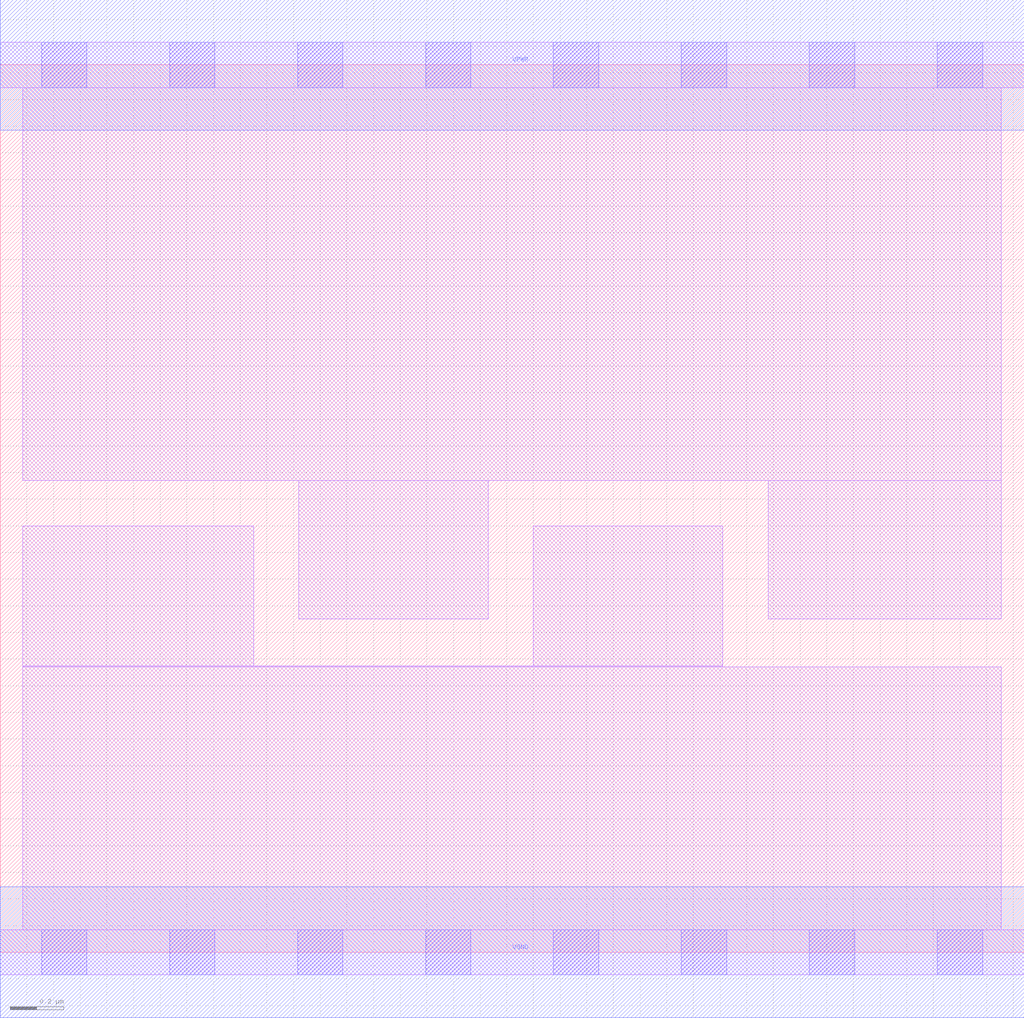
<source format=lef>
# Copyright 2020 The SkyWater PDK Authors
#
# Licensed under the Apache License, Version 2.0 (the "License");
# you may not use this file except in compliance with the License.
# You may obtain a copy of the License at
#
#     https://www.apache.org/licenses/LICENSE-2.0
#
# Unless required by applicable law or agreed to in writing, software
# distributed under the License is distributed on an "AS IS" BASIS,
# WITHOUT WARRANTIES OR CONDITIONS OF ANY KIND, either express or implied.
# See the License for the specific language governing permissions and
# limitations under the License.
#
# SPDX-License-Identifier: Apache-2.0

VERSION 5.5 ;
NAMESCASESENSITIVE ON ;
BUSBITCHARS "[]" ;
DIVIDERCHAR "/" ;
MACRO sky130_fd_sc_ls__decaphe_8
  CLASS CORE ;
  SOURCE USER ;
  ORIGIN  0.000000  0.000000 ;
  SIZE  3.840000 BY  3.330000 ;
  SYMMETRY X Y R90 ;
  SITE unit ;
  PIN VGND
    DIRECTION INOUT ;
    SHAPE ABUTMENT ;
    USE GROUND ;
    PORT
      LAYER met1 ;
        RECT 0.000000 -0.245000 3.840000 0.245000 ;
    END
  END VGND
  PIN VPWR
    DIRECTION INOUT ;
    SHAPE ABUTMENT ;
    USE POWER ;
    PORT
      LAYER met1 ;
        RECT 0.000000 3.085000 3.840000 3.575000 ;
    END
  END VPWR
  OBS
    LAYER li1 ;
      RECT 0.000000 -0.085000 3.840000 0.085000 ;
      RECT 0.000000  3.245000 3.840000 3.415000 ;
      RECT 0.085000  0.085000 3.755000 1.070000 ;
      RECT 0.085000  1.070000 2.710000 1.075000 ;
      RECT 0.085000  1.075000 0.950000 1.600000 ;
      RECT 0.085000  1.770000 3.755000 3.245000 ;
      RECT 1.120000  1.250000 1.830000 1.770000 ;
      RECT 2.000000  1.075000 2.710000 1.600000 ;
      RECT 2.880000  1.250000 3.755000 1.770000 ;
    LAYER mcon ;
      RECT 0.155000 -0.085000 0.325000 0.085000 ;
      RECT 0.155000  3.245000 0.325000 3.415000 ;
      RECT 0.635000 -0.085000 0.805000 0.085000 ;
      RECT 0.635000  3.245000 0.805000 3.415000 ;
      RECT 1.115000 -0.085000 1.285000 0.085000 ;
      RECT 1.115000  3.245000 1.285000 3.415000 ;
      RECT 1.595000 -0.085000 1.765000 0.085000 ;
      RECT 1.595000  3.245000 1.765000 3.415000 ;
      RECT 2.075000 -0.085000 2.245000 0.085000 ;
      RECT 2.075000  3.245000 2.245000 3.415000 ;
      RECT 2.555000 -0.085000 2.725000 0.085000 ;
      RECT 2.555000  3.245000 2.725000 3.415000 ;
      RECT 3.035000 -0.085000 3.205000 0.085000 ;
      RECT 3.035000  3.245000 3.205000 3.415000 ;
      RECT 3.515000 -0.085000 3.685000 0.085000 ;
      RECT 3.515000  3.245000 3.685000 3.415000 ;
  END
END sky130_fd_sc_ls__decaphe_8
END LIBRARY

</source>
